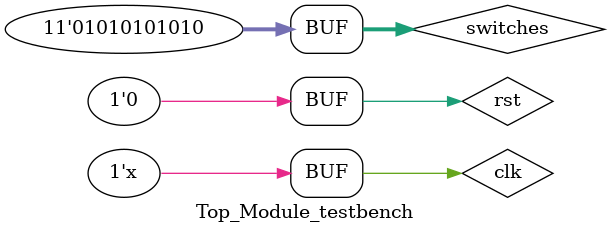
<source format=v>
`timescale 1ns / 1ps


module Top_Module_testbench(
    );
    reg clk,rst;
    reg [10:0] switches;
    wire [2:0] leds; 
    wire [6:0] seven_seg; 
    wire [3:0] seven_enable;
    
    Top_module TM_test(.clk(clk),.rst(rst),.switches(switches),.leds(leds),.seven_seg(seven_seg),.seven_enable(seven_enable));
    
    always #5 clk=~clk;
    
    initial
    begin
    clk=0;
    rst=0;
    switches=11'b01010101010;
    #50000000 rst=1'b1;
    #50000000 rst=1'b0;
    #100000000 switches[10]=1'b1;
    #100000000 switches[10]=1'b0;
    end
endmodule

</source>
